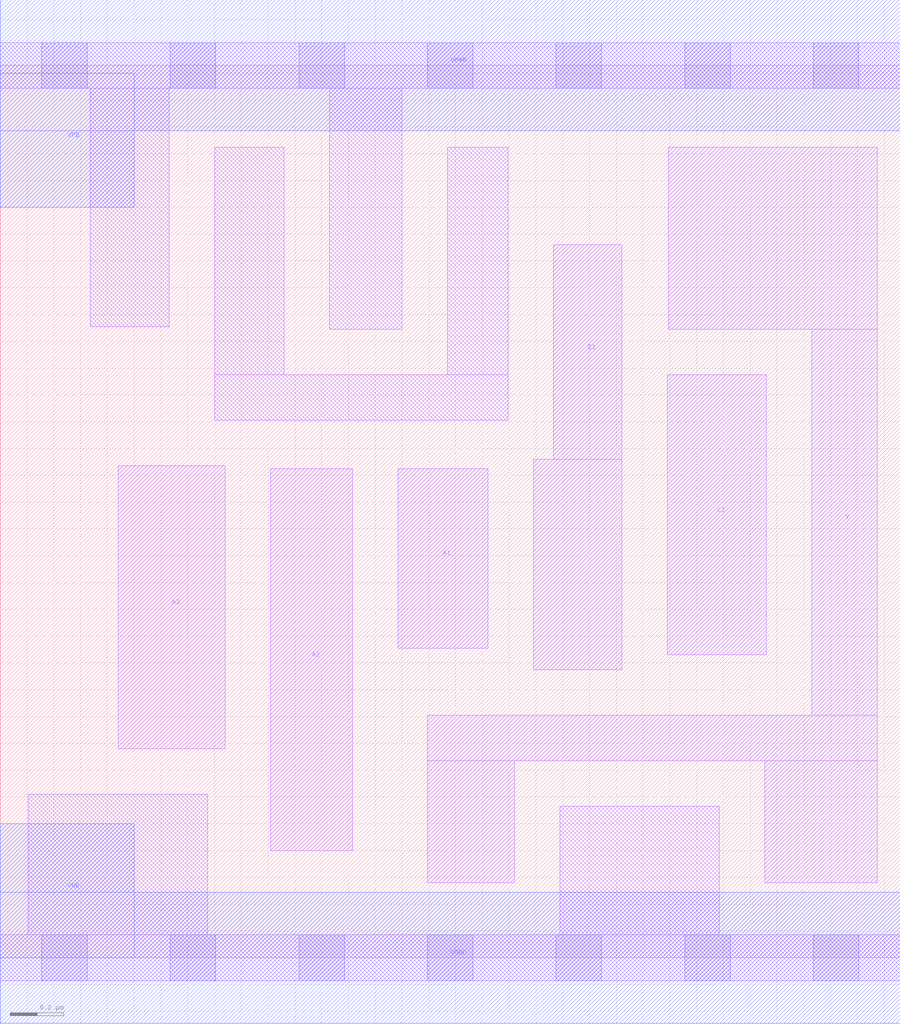
<source format=lef>
# Copyright 2020 The SkyWater PDK Authors
#
# Licensed under the Apache License, Version 2.0 (the "License");
# you may not use this file except in compliance with the License.
# You may obtain a copy of the License at
#
#     https://www.apache.org/licenses/LICENSE-2.0
#
# Unless required by applicable law or agreed to in writing, software
# distributed under the License is distributed on an "AS IS" BASIS,
# WITHOUT WARRANTIES OR CONDITIONS OF ANY KIND, either express or implied.
# See the License for the specific language governing permissions and
# limitations under the License.
#
# SPDX-License-Identifier: Apache-2.0

VERSION 5.5 ;
NAMESCASESENSITIVE ON ;
BUSBITCHARS "[]" ;
DIVIDERCHAR "/" ;
MACRO sky130_fd_sc_lp__a311oi_0
  CLASS CORE ;
  SOURCE USER ;
  ORIGIN  0.000000  0.000000 ;
  SIZE  3.360000 BY  3.330000 ;
  SYMMETRY X Y R90 ;
  SITE unit ;
  PIN A1
    ANTENNAGATEAREA  0.159000 ;
    DIRECTION INPUT ;
    USE SIGNAL ;
    PORT
      LAYER li1 ;
        RECT 1.485000 1.155000 1.820000 1.825000 ;
    END
  END A1
  PIN A2
    ANTENNAGATEAREA  0.159000 ;
    DIRECTION INPUT ;
    USE SIGNAL ;
    PORT
      LAYER li1 ;
        RECT 1.010000 0.400000 1.315000 1.825000 ;
    END
  END A2
  PIN A3
    ANTENNAGATEAREA  0.159000 ;
    DIRECTION INPUT ;
    USE SIGNAL ;
    PORT
      LAYER li1 ;
        RECT 0.440000 0.780000 0.840000 1.835000 ;
    END
  END A3
  PIN B1
    ANTENNAGATEAREA  0.159000 ;
    DIRECTION INPUT ;
    USE SIGNAL ;
    PORT
      LAYER li1 ;
        RECT 1.990000 1.075000 2.320000 1.860000 ;
        RECT 2.065000 1.860000 2.320000 2.660000 ;
    END
  END B1
  PIN C1
    ANTENNAGATEAREA  0.159000 ;
    DIRECTION INPUT ;
    USE SIGNAL ;
    PORT
      LAYER li1 ;
        RECT 2.490000 1.130000 2.860000 2.175000 ;
    END
  END C1
  PIN Y
    ANTENNADIFFAREA  0.411100 ;
    DIRECTION OUTPUT ;
    USE SIGNAL ;
    PORT
      LAYER li1 ;
        RECT 1.595000 0.280000 1.920000 0.735000 ;
        RECT 1.595000 0.735000 3.275000 0.905000 ;
        RECT 2.495000 2.345000 3.275000 3.025000 ;
        RECT 2.855000 0.280000 3.275000 0.735000 ;
        RECT 3.030000 0.905000 3.275000 2.345000 ;
    END
  END Y
  PIN VGND
    DIRECTION INOUT ;
    USE GROUND ;
    PORT
      LAYER met1 ;
        RECT 0.000000 -0.245000 3.360000 0.245000 ;
    END
  END VGND
  PIN VNB
    DIRECTION INOUT ;
    USE GROUND ;
    PORT
    END
  END VNB
  PIN VPB
    DIRECTION INOUT ;
    USE POWER ;
    PORT
    END
  END VPB
  PIN VNB
    DIRECTION INOUT ;
    USE GROUND ;
    PORT
      LAYER met1 ;
        RECT 0.000000 0.000000 0.500000 0.500000 ;
    END
  END VNB
  PIN VPB
    DIRECTION INOUT ;
    USE POWER ;
    PORT
      LAYER met1 ;
        RECT 0.000000 2.800000 0.500000 3.300000 ;
    END
  END VPB
  PIN VPWR
    DIRECTION INOUT ;
    USE POWER ;
    PORT
      LAYER met1 ;
        RECT 0.000000 3.085000 3.360000 3.575000 ;
    END
  END VPWR
  OBS
    LAYER li1 ;
      RECT 0.000000 -0.085000 3.360000 0.085000 ;
      RECT 0.000000  3.245000 3.360000 3.415000 ;
      RECT 0.105000  0.085000 0.775000 0.610000 ;
      RECT 0.335000  2.355000 0.630000 3.245000 ;
      RECT 0.800000  2.005000 1.895000 2.175000 ;
      RECT 0.800000  2.175000 1.060000 3.025000 ;
      RECT 1.230000  2.345000 1.500000 3.245000 ;
      RECT 1.670000  2.175000 1.895000 3.025000 ;
      RECT 2.090000  0.085000 2.685000 0.565000 ;
    LAYER mcon ;
      RECT 0.155000 -0.085000 0.325000 0.085000 ;
      RECT 0.155000  3.245000 0.325000 3.415000 ;
      RECT 0.635000 -0.085000 0.805000 0.085000 ;
      RECT 0.635000  3.245000 0.805000 3.415000 ;
      RECT 1.115000 -0.085000 1.285000 0.085000 ;
      RECT 1.115000  3.245000 1.285000 3.415000 ;
      RECT 1.595000 -0.085000 1.765000 0.085000 ;
      RECT 1.595000  3.245000 1.765000 3.415000 ;
      RECT 2.075000 -0.085000 2.245000 0.085000 ;
      RECT 2.075000  3.245000 2.245000 3.415000 ;
      RECT 2.555000 -0.085000 2.725000 0.085000 ;
      RECT 2.555000  3.245000 2.725000 3.415000 ;
      RECT 3.035000 -0.085000 3.205000 0.085000 ;
      RECT 3.035000  3.245000 3.205000 3.415000 ;
  END
END sky130_fd_sc_lp__a311oi_0
END LIBRARY

</source>
